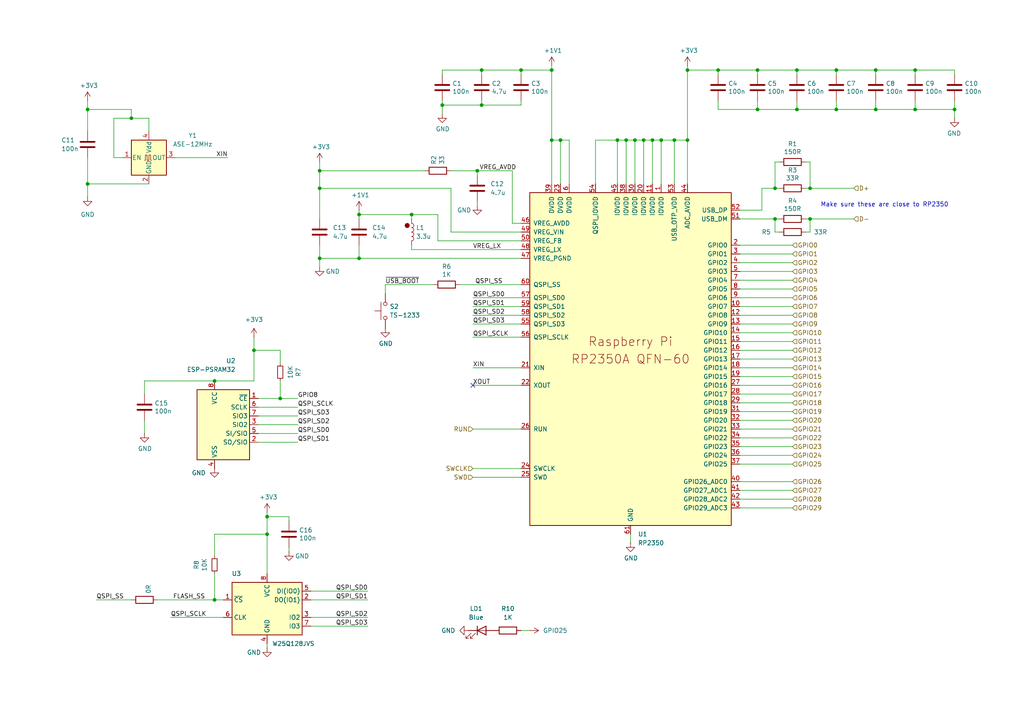
<source format=kicad_sch>
(kicad_sch (version 20250114) (generator "eeschema") (generator_version "9.0")
  (paper "A4")
  (title_block (title "${NAME}") (date "2025-05-07") (rev "${VERSION}") (company "Mikhail Matveev") (comment 1 "https://github.com/xtremespb/frank"))
  (lib_symbols
    (symbol "+1V1_1" (power) (pin_numbers (hide yes)) (pin_names (offset 0) (hide yes))
      (property "Value" "+1V1" (at 0 3.556 0))
      (symbol "+1V1_1_0_1"
        (polyline (pts (xy -0.762 1.27) (xy 0 2.54)))
        (polyline (pts (xy 0 2.54) (xy 0.762 1.27)))
        (polyline (pts (xy 0 0) (xy 0 2.54)))
      )
      (symbol "+1V1_1_1_1"
        (pin power_in line (at 0 0 90) (length 0) (name "~") (number "1"))
      )
    )
    (symbol "+3V3_1" (power) (pin_numbers (hide yes)) (pin_names (offset 0) (hide yes))
      (property "Value" "+3V3" (at 0 3.556 0))
      (symbol "+3V3_1_0_1"
        (polyline (pts (xy -0.762 1.27) (xy 0 2.54)))
        (polyline (pts (xy 0 2.54) (xy 0.762 1.27)))
        (polyline (pts (xy 0 0) (xy 0 2.54)))
      )
      (symbol "+3V3_1_1_1"
        (pin power_in line (at 0 0 90) (length 0) (name "~") (number "1"))
      )
    )
    (symbol "+3V3_3" (power) (pin_numbers (hide yes)) (pin_names (offset 0) (hide yes))
      (property "Value" "+3V3" (at 0 3.556 0))
      (symbol "+3V3_3_0_1"
        (polyline (pts (xy -0.762 1.27) (xy 0 2.54)))
        (polyline (pts (xy 0 2.54) (xy 0.762 1.27)))
        (polyline (pts (xy 0 0) (xy 0 2.54)))
      )
      (symbol "+3V3_3_1_1"
        (pin power_in line (at 0 0 90) (length 0) (name "~") (number "1"))
      )
    )
    (symbol "Device:C" (pin_numbers (hide yes)) (pin_names (offset 0.254))
      (property "Reference" "C" (at 0.635 2.54 0))
      (property "Value" "C" (at 0.635 -2.54 0))
      (symbol "C_0_1"
        (polyline (pts (xy -2.032 0.762) (xy 2.032 0.762)) (stroke (width 0.508)))
        (polyline (pts (xy -2.032 -0.762) (xy 2.032 -0.762)) (stroke (width 0.508)))
      )
      (symbol "C_1_1"
        (pin passive line (at 0 3.81 270) (length 2.794) (name "~") (number "1"))
        (pin passive line (at 0 -3.81 90) (length 2.794) (name "~") (number "2"))
      )
    )
    (symbol "Device:L" (pin_numbers (hide yes)) (pin_names (offset 1.016) (hide yes))
      (property "Reference" "L" (at -1.27 0 90))
      (property "Value" "L" (at 1.905 0 90))
      (symbol "L_0_1"
        (arc (start 0 2.54) (mid 0.6323 1.905) (end 0 1.27))
        (arc (start 0 1.27) (mid 0.6323 0.635) (end 0 0))
        (arc (start 0 0) (mid 0.6323 -0.635) (end 0 -1.27))
        (arc (start 0 -1.27) (mid 0.6323 -1.905) (end 0 -2.54))
      )
      (symbol "L_1_1"
        (pin passive line (at 0 3.81 270) (length 1.27) (name "1") (number "1"))
        (pin passive line (at 0 -3.81 90) (length 1.27) (name "2") (number "2"))
      )
    )
    (symbol "Device:LED" (pin_numbers (hide yes)) (pin_names (offset 1.016) (hide yes))
      (property "Reference" "D" (at 0 2.54 0))
      (property "Value" "LED" (at 0 -2.54 0))
      (symbol "LED_0_1"
        (polyline (pts (xy -3.048 -0.762) (xy -4.572 -2.286) (xy -3.81 -2.286) (xy -4.572 -2.286) (xy -4.572 -1.524)))
        (polyline (pts (xy -1.778 -0.762) (xy -3.302 -2.286) (xy -2.54 -2.286) (xy -3.302 -2.286) (xy -3.302 -1.524)))
        (polyline (pts (xy -1.27 0) (xy 1.27 0)))
        (polyline (pts (xy -1.27 -1.27) (xy -1.27 1.27)) (stroke (width 0.254)))
        (polyline (pts (xy 1.27 -1.27) (xy 1.27 1.27) (xy -1.27 0) (xy 1.27 -1.27)) (stroke (width 0.254)))
      )
      (symbol "LED_1_1"
        (pin passive line (at -3.81 0 0) (length 2.54) (name "K") (number "1"))
        (pin passive line (at 3.81 0 180) (length 2.54) (name "A") (number "2"))
      )
    )
    (symbol "Device:R" (pin_numbers (hide yes)) (pin_names (offset 0))
      (property "Reference" "R" (at 2.032 0 90))
      (property "Value" "R" (at 0 0 90))
      (symbol "R_0_1"
        (rectangle (start -1.016 -2.54) (end 1.016 2.54) (stroke (width 0.254)))
      )
      (symbol "R_1_1"
        (pin passive line (at 0 3.81 270) (length 1.27) (name "~") (number "1"))
        (pin passive line (at 0 -3.81 90) (length 1.27) (name "~") (number "2"))
      )
    )
    (symbol "Device:R_Small" (pin_numbers (hide yes)) (pin_names (offset 0.254) (hide yes))
      (property "Reference" "R" (at 0.762 0.508 0))
      (property "Value" "R_Small" (at 0.762 -1.016 0))
      (symbol "R_Small_0_1"
        (rectangle (start -0.762 1.778) (end 0.762 -1.778) (stroke (width 0.2032)))
      )
      (symbol "R_Small_1_1"
        (pin passive line (at 0 2.54 270) (length 0.762) (name "~") (number "1"))
        (pin passive line (at 0 -2.54 90) (length 0.762) (name "~") (number "2"))
      )
    )
    (symbol "FRANK:ESP-PSRAM32"
      (property "Reference" "PSR1" (at -8.89 1.2701 0))
      (property "Value" "PSRAM" (at -8.89 -1.2699 0))
      (symbol "ESP-PSRAM32_0_1"
        (rectangle (start -7.62 10.16) (end 7.62 -10.16) (stroke (width 0.254)) (fill (type background)))
      )
      (symbol "ESP-PSRAM32_1_1"
        (pin power_in line (at -2.54 12.7 270) (length 2.54) (name "VCC") (number "8"))
        (pin power_in line (at -2.54 -12.7 90) (length 2.54) (name "VSS") (number "4"))
        (pin input line (at 10.16 7.62 180) (length 2.54) (name "~{CE}") (number "1"))
        (pin output line (at 10.16 5.08 180) (length 2.54) (name "SCLK") (number "6"))
        (pin bidirectional line (at 10.16 2.54 180) (length 2.54) (name "SIO3") (number "7"))
        (pin bidirectional line (at 10.16 0 180) (length 2.54) (name "SIO2") (number "3"))
        (pin input line (at 10.16 -2.54 180) (length 2.54) (name "SI/SIO") (number "5"))
        (pin output line (at 10.16 -5.08 180) (length 2.54) (name "SO/SIO") (number "2"))
      )
    )
    (symbol "FRANK:RP2350A" (pin_names (offset 1.016))
      (property "Reference" "U3" (at 2.1433 -50.8 0))
      (property "Value" "RP2350" (at 2.1433 -53.34 0))
      (symbol "RP2350A_0_0"
        (text "Raspberry Pi" (at 0 5.08 0) (effects (font (size 2.54 2.54))))
      )
      (symbol "RP2350A_0_1"
        (rectangle (start 29.21 48.26) (end -29.21 -48.26) (stroke (width 0.254)) (fill (type background)))
      )
      (symbol "RP2350A_1_0"
        (text "RP2350A QFN-60" (at 0 0 0) (effects (font (size 2.54 2.54))))
      )
      (symbol "RP2350A_1_1"
        (pin power_in line (at -31.75 39.37 0) (length 2.54) (name "VREG_AVDD") (number "46"))
        (pin power_in line (at -31.75 36.83 0) (length 2.54) (name "VREG_VIN") (number "49"))
        (pin input line (at -31.75 34.29 0) (length 2.54) (name "VREG_FB") (number "50"))
        (pin power_out line (at -31.75 31.75 0) (length 2.54) (name "VREG_LX") (number "48"))
        (pin power_in line (at -31.75 29.21 0) (length 2.54) (name "VREG_PGND") (number "47"))
        (pin bidirectional line (at -31.75 21.59 0) (length 2.54) (name "QSPI_SS") (number "60"))
        (pin bidirectional line (at -31.75 17.78 0) (length 2.54) (name "QSPI_SD0") (number "57"))
        (pin bidirectional line (at -31.75 15.24 0) (length 2.54) (name "QSPI_SD1") (number "59"))
        (pin bidirectional line (at -31.75 12.7 0) (length 2.54) (name "QSPI_SD2") (number "58"))
        (pin bidirectional line (at -31.75 10.16 0) (length 2.54) (name "QSPI_SD3") (number "55"))
        (pin output line (at -31.75 6.35 0) (length 2.54) (name "QSPI_SCLK") (number "56"))
        (pin input line (at -31.75 -2.54 0) (length 2.54) (name "XIN") (number "21"))
        (pin passive line (at -31.75 -7.62 0) (length 2.54) (name "XOUT") (number "22"))
        (pin input line (at -31.75 -20.32 0) (length 2.54) (name "RUN") (number "26"))
        (pin output line (at -31.75 -31.75 0) (length 2.54) (name "SWCLK") (number "24"))
        (pin bidirectional line (at -31.75 -34.29 0) (length 2.54) (name "SWD") (number "25"))
        (pin power_in line (at -22.86 50.8 270) (length 2.54) (name "DVDD") (number "39"))
        (pin power_in line (at -20.32 50.8 270) (length 2.54) (name "DVDD") (number "23"))
        (pin power_in line (at -17.78 50.8 270) (length 2.54) (name "DVDD") (number "6"))
        (pin power_in line (at -10.16 50.8 270) (length 2.54) (name "QSPI_IOVDD") (number "54"))
        (pin power_in line (at -3.81 50.8 270) (length 2.54) (name "IOVDD") (number "45"))
        (pin power_in line (at -1.27 50.8 270) (length 2.54) (name "IOVDD") (number "38"))
        (pin power_in line (at 0 -50.8 90) (length 2.54) (name "GND") (number "61"))
        (pin power_in line (at 1.27 50.8 270) (length 2.54) (name "IOVDD") (number "30"))
        (pin power_in line (at 3.81 50.8 270) (length 2.54) (name "IOVDD") (number "20"))
        (pin power_in line (at 6.35 50.8 270) (length 2.54) (name "IOVDD") (number "11"))
        (pin power_in line (at 8.89 50.8 270) (length 2.54) (name "IOVDD") (number "1"))
        (pin power_in line (at 12.7 50.8 270) (length 2.54) (name "USB_OTP_VDD") (number "53"))
        (pin power_in line (at 16.51 50.8 270) (length 2.54) (name "ADC_AVDD") (number "44"))
        (pin bidirectional line (at 31.75 43.18 180) (length 2.54) (name "USB_DP") (number "52"))
        (pin bidirectional line (at 31.75 40.64 180) (length 2.54) (name "USB_DM") (number "51"))
        (pin bidirectional line (at 31.75 33.02 180) (length 2.54) (name "GPIO0") (number "2"))
        (pin bidirectional line (at 31.75 30.48 180) (length 2.54) (name "GPIO1") (number "3"))
        (pin bidirectional line (at 31.75 27.94 180) (length 2.54) (name "GPIO2") (number "4"))
        (pin bidirectional line (at 31.75 25.4 180) (length 2.54) (name "GPIO3") (number "5"))
        (pin bidirectional line (at 31.75 22.86 180) (length 2.54) (name "GPIO4") (number "7"))
        (pin bidirectional line (at 31.75 20.32 180) (length 2.54) (name "GPIO5") (number "8"))
        (pin bidirectional line (at 31.75 17.78 180) (length 2.54) (name "GPIO6") (number "9"))
        (pin bidirectional line (at 31.75 15.24 180) (length 2.54) (name "GPIO7") (number "10"))
        (pin bidirectional line (at 31.75 12.7 180) (length 2.54) (name "GPIO8") (number "12"))
        (pin bidirectional line (at 31.75 10.16 180) (length 2.54) (name "GPIO9") (number "13"))
        (pin bidirectional line (at 31.75 7.62 180) (length 2.54) (name "GPIO10") (number "14"))
        (pin bidirectional line (at 31.75 5.08 180) (length 2.54) (name "GPIO11") (number "15"))
        (pin bidirectional line (at 31.75 2.54 180) (length 2.54) (name "GPIO12") (number "16"))
        (pin bidirectional line (at 31.75 0 180) (length 2.54) (name "GPIO13") (number "17"))
        (pin bidirectional line (at 31.75 -2.54 180) (length 2.54) (name "GPIO14") (number "18"))
        (pin bidirectional line (at 31.75 -5.08 180) (length 2.54) (name "GPIO15") (number "19"))
        (pin bidirectional line (at 31.75 -7.62 180) (length 2.54) (name "GPIO16") (number "27"))
        (pin bidirectional line (at 31.75 -10.16 180) (length 2.54) (name "GPIO17") (number "28"))
        (pin bidirectional line (at 31.75 -12.7 180) (length 2.54) (name "GPIO18") (number "29"))
        (pin bidirectional line (at 31.75 -15.24 180) (length 2.54) (name "GPIO19") (number "31"))
        (pin bidirectional line (at 31.75 -17.78 180) (length 2.54) (name "GPIO20") (number "32"))
        (pin bidirectional line (at 31.75 -20.32 180) (length 2.54) (name "GPIO21") (number "33"))
        (pin bidirectional line (at 31.75 -22.86 180) (length 2.54) (name "GPIO22") (number "34"))
        (pin bidirectional line (at 31.75 -25.4 180) (length 2.54) (name "GPIO23") (number "35"))
        (pin bidirectional line (at 31.75 -27.94 180) (length 2.54) (name "GPIO24") (number "36"))
        (pin bidirectional line (at 31.75 -30.48 180) (length 2.54) (name "GPIO25") (number "37"))
        (pin bidirectional line (at 31.75 -35.56 180) (length 2.54) (name "GPIO26_ADC0") (number "40"))
        (pin bidirectional line (at 31.75 -38.1 180) (length 2.54) (name "GPIO27_ADC1") (number "41"))
        (pin bidirectional line (at 31.75 -40.64 180) (length 2.54) (name "GPIO28_ADC2") (number "42"))
        (pin bidirectional line (at 31.75 -43.18 180) (length 2.54) (name "GPIO29_ADC3") (number "43"))
      )
    )
    (symbol "FRANK:W25Q128JVS"
      (property "Reference" "U5" (at -8.89 10.16 0))
      (property "Value" "W25Q128JVS" (at 7.62 -10.16 0))
      (symbol "W25Q128JVS_0_1"
        (rectangle (start -10.16 7.62) (end 10.16 -7.62) (stroke (width 0.254)) (fill (type background)))
      )
      (symbol "W25Q128JVS_1_1"
        (pin input line (at -12.7 2.54 0) (length 2.54) (name "~{CS}") (number "1"))
        (pin input line (at -12.7 -2.54 0) (length 2.54) (name "CLK") (number "6"))
        (pin power_in line (at 0 10.16 270) (length 2.54) (name "VCC") (number "8"))
        (pin power_in line (at 0 -10.16 90) (length 2.54) (name "GND") (number "4"))
        (pin bidirectional line (at 12.7 5.08 180) (length 2.54) (name "DI(IO0)") (number "5"))
        (pin bidirectional line (at 12.7 2.54 180) (length 2.54) (name "DO(IO1)") (number "2"))
        (pin bidirectional line (at 12.7 -2.54 180) (length 2.54) (name "IO2") (number "3"))
        (pin bidirectional line (at 12.7 -5.08 180) (length 2.54) (name "IO3") (number "7"))
      )
    )
    (symbol "GND_1" (power) (pin_numbers (hide yes)) (pin_names (offset 0) (hide yes))
      (property "Value" "GND" (at 0 -3.81 0))
      (symbol "GND_1_0_1"
        (polyline (pts (xy 0 0) (xy 0 -1.27) (xy 1.27 -1.27) (xy 0 -2.54) (xy -1.27 -1.27) (xy 0 -1.27)))
      )
      (symbol "GND_1_1_1"
        (pin power_in line (at 0 0 270) (length 0) (name "~") (number "1"))
      )
    )
    (symbol "GND_2" (power) (pin_numbers (hide yes)) (pin_names (offset 0) (hide yes))
      (property "Value" "GND" (at 0 -3.81 0))
      (symbol "GND_2_0_1"
        (polyline (pts (xy 0 0) (xy 0 -1.27) (xy 1.27 -1.27) (xy 0 -2.54) (xy -1.27 -1.27) (xy 0 -1.27)))
      )
      (symbol "GND_2_1_1"
        (pin power_in line (at 0 0 270) (length 0) (name "~") (number "1"))
      )
    )
    (symbol "GND_6" (power) (pin_numbers (hide yes)) (pin_names (offset 0) (hide yes))
      (property "Value" "GND" (at 0 -3.81 0))
      (symbol "GND_6_0_1"
        (polyline (pts (xy 0 0) (xy 0 -1.27) (xy 1.27 -1.27) (xy 0 -2.54) (xy -1.27 -1.27) (xy 0 -1.27)))
      )
      (symbol "GND_6_1_1"
        (pin power_in line (at 0 0 270) (length 0) (name "~") (number "1"))
      )
    )
    (symbol "Oscillator:ASE-xxxMHz" (pin_names (offset 0.254))
      (property "Reference" "Y" (at -5.08 6.35 0))
      (property "Value" "ASE-xxxMHz" (at 1.27 -6.35 0))
      (symbol "ASE-xxxMHz_0_1"
        (rectangle (start -5.08 5.08) (end 5.08 -5.08) (stroke (width 0.254)) (fill (type background)))
        (polyline (pts (xy -1.27 -0.762) (xy -1.016 -0.762) (xy -1.016 0.762) (xy -0.508 0.762) (xy -0.508 -0.762) (xy 0 -0.762) (xy 0 0.762) (xy 0.508 0.762) (xy 0.508 -0.762) (xy 0.762 -0.762)))
      )
      (symbol "ASE-xxxMHz_1_1"
        (pin input line (at -7.62 0 0) (length 2.54) (name "EN") (number "1"))
        (pin power_in line (at 0 7.62 270) (length 2.54) (name "Vdd") (number "4"))
        (pin power_in line (at 0 -7.62 90) (length 2.54) (name "GND") (number "2"))
        (pin output line (at 7.62 0 180) (length 2.54) (name "OUT") (number "3"))
      )
    )
    (symbol "Switch:SW_Push" (pin_numbers (hide yes)) (pin_names (offset 1.016) (hide yes))
      (property "Reference" "SW" (at 1.27 2.54 0))
      (property "Value" "SW_Push" (at 0 -1.524 0))
      (symbol "SW_Push_0_1"
        (circle (center -2.032 0) (radius 0.508))
        (polyline (pts (xy 0 1.27) (xy 0 3.048)))
        (circle (center 2.032 0) (radius 0.508))
        (polyline (pts (xy 2.54 1.27) (xy -2.54 1.27)))
        (pin passive line (at -5.08 0 0) (length 2.54) (name "1") (number "1"))
        (pin passive line (at 5.08 0 180) (length 2.54) (name "2") (number "2"))
      )
    )
    (symbol "power:+1V1" (power) (pin_numbers (hide yes)) (pin_names (offset 0) (hide yes))
      (property "Value" "+1V1" (at 0 3.556 0))
      (symbol "+1V1_0_1"
        (polyline (pts (xy -0.762 1.27) (xy 0 2.54)))
        (polyline (pts (xy 0 2.54) (xy 0.762 1.27)))
        (polyline (pts (xy 0 0) (xy 0 2.54)))
      )
      (symbol "+1V1_1_1"
        (pin power_in line (at 0 0 90) (length 0) (name "~") (number "1"))
      )
    )
    (symbol "power:+3V3" (power) (pin_numbers (hide yes)) (pin_names (offset 0) (hide yes))
      (property "Value" "+3V3" (at 0 3.556 0))
      (symbol "+3V3_0_1"
        (polyline (pts (xy -0.762 1.27) (xy 0 2.54)))
        (polyline (pts (xy 0 2.54) (xy 0.762 1.27)))
        (polyline (pts (xy 0 0) (xy 0 2.54)))
      )
      (symbol "+3V3_1_1"
        (pin power_in line (at 0 0 90) (length 0) (name "~") (number "1"))
      )
    )
    (symbol "power:GND" (power) (pin_numbers (hide yes)) (pin_names (offset 0) (hide yes))
      (property "Value" "GND" (at 0 -3.81 0))
      (symbol "GND_0_1"
        (polyline (pts (xy 0 0) (xy 0 -1.27) (xy 1.27 -1.27) (xy 0 -2.54) (xy -1.27 -1.27) (xy 0 -1.27)))
      )
      (symbol "GND_1_1"
        (pin power_in line (at 0 0 270) (length 0) (name "~") (number "1"))
      )
    )
  )
  (circle (center 118.11 65.405) (radius 0.635) (stroke (width 0) (color 132 0 0 1)) (fill (type color) (color 132 0 0 1)))
  (text "Make sure these are close to RP2350\n" (at 237.998 60.198 0) (effects (font (size 1.27 1.27)) (justify left bottom)))
  (junction (at 92.71 54.61))
  (junction (at 73.66 101.6))
  (junction (at 195.58 40.64))
  (junction (at 199.39 20.32))
  (junction (at 242.57 31.75))
  (junction (at 234.95 63.5))
  (junction (at 208.28 20.32))
  (junction (at 186.69 40.64))
  (junction (at 219.71 31.75))
  (junction (at 62.23 173.99))
  (junction (at 151.13 20.32))
  (junction (at 104.14 62.23))
  (junction (at 160.02 40.64))
  (junction (at 181.61 40.64))
  (junction (at 242.57 20.32))
  (junction (at 62.23 110.49))
  (junction (at 139.7 20.32))
  (junction (at 77.47 149.86))
  (junction (at 231.14 31.75))
  (junction (at 254 31.75))
  (junction (at 199.39 40.64))
  (junction (at 92.71 74.93))
  (junction (at 189.23 40.64))
  (junction (at 184.15 40.64))
  (junction (at 139.7 30.48))
  (junction (at 179.07 40.64))
  (junction (at 265.43 31.75))
  (junction (at 81.28 115.57))
  (junction (at 104.14 74.93))
  (junction (at 224.79 54.61))
  (junction (at 128.27 30.48))
  (junction (at 119.38 62.23))
  (junction (at 138.43 49.53))
  (junction (at 160.02 20.32))
  (junction (at 265.43 20.32))
  (junction (at 231.14 20.32))
  (junction (at 25.4 53.34))
  (junction (at 224.79 63.5))
  (junction (at 254 20.32))
  (junction (at 191.77 40.64))
  (junction (at 77.47 154.94))
  (junction (at 219.71 20.32))
  (junction (at 162.56 40.64))
  (junction (at 92.71 49.53))
  (junction (at 276.86 31.75))
  (junction (at 234.95 54.61))
  (junction (at 38.1 34.29))
  (junction (at 25.4 31.75))
  (no_connect (at 137.16 111.76))
  (wire (pts (xy 214.63 121.92) (xy 229.87 121.92)))
  (wire (pts (xy 214.63 93.98) (xy 229.87 93.98)))
  (wire (pts (xy 111.76 82.55) (xy 111.76 85.09)))
  (wire (pts (xy 233.68 54.61) (xy 234.95 54.61)))
  (wire (pts (xy 214.63 111.76) (xy 229.87 111.76)))
  (wire (pts (xy 214.63 129.54) (xy 229.87 129.54)))
  (wire (pts (xy 77.47 154.94) (xy 77.47 166.37)))
  (wire (pts (xy 214.63 99.06) (xy 229.87 99.06)))
  (wire (pts (xy 214.63 104.14) (xy 229.87 104.14)))
  (wire (pts (xy 127 62.23) (xy 119.38 62.23)))
  (wire (pts (xy 77.47 149.86) (xy 77.47 154.94)))
  (wire (pts (xy 138.43 59.69) (xy 138.43 58.42)))
  (wire (pts (xy 83.82 149.86) (xy 77.47 149.86)))
  (wire (pts (xy 77.47 148.59) (xy 77.47 149.86)))
  (wire (pts (xy 265.43 31.75) (xy 276.86 31.75)))
  (wire (pts (xy 83.82 151.13) (xy 83.82 149.86)))
  (wire (pts (xy 137.16 106.68) (xy 151.13 106.68)))
  (wire (pts (xy 231.14 21.59) (xy 231.14 20.32)))
  (wire (pts (xy 184.15 40.64) (xy 186.69 40.64)))
  (wire (pts (xy 92.71 49.53) (xy 123.19 49.53)))
  (wire (pts (xy 74.93 123.19) (xy 86.36 123.19)))
  (wire (pts (xy 90.17 173.99) (xy 106.68 173.99)))
  (wire (pts (xy 92.71 74.93) (xy 92.71 77.47)))
  (wire (pts (xy 83.82 158.75) (xy 83.82 160.02)))
  (wire (pts (xy 214.63 71.12) (xy 229.87 71.12)))
  (wire (pts (xy 138.43 49.53) (xy 148.59 49.53)))
  (wire (pts (xy 181.61 53.34) (xy 181.61 40.64)))
  (wire (pts (xy 151.13 30.48) (xy 151.13 29.21)))
  (wire (pts (xy 208.28 29.21) (xy 208.28 31.75)))
  (wire (pts (xy 276.86 29.21) (xy 276.86 31.75)))
  (wire (pts (xy 137.16 93.98) (xy 151.13 93.98)))
  (wire (pts (xy 128.27 20.32) (xy 139.7 20.32)))
  (wire (pts (xy 214.63 76.2) (xy 229.87 76.2)))
  (wire (pts (xy 77.47 186.69) (xy 77.47 187.96)))
  (wire (pts (xy 234.95 63.5) (xy 247.65 63.5)))
  (wire (pts (xy 139.7 20.32) (xy 151.13 20.32)))
  (wire (pts (xy 162.56 53.34) (xy 162.56 40.64)))
  (wire (pts (xy 242.57 31.75) (xy 231.14 31.75)))
  (wire (pts (xy 81.28 115.57) (xy 86.36 115.57)))
  (wire (pts (xy 62.23 161.29) (xy 62.23 154.94)))
  (wire (pts (xy 104.14 62.23) (xy 119.38 62.23)))
  (wire (pts (xy 73.66 97.79) (xy 73.66 101.6)))
  (wire (pts (xy 214.63 139.7) (xy 229.87 139.7)))
  (wire (pts (xy 208.28 21.59) (xy 208.28 20.32)))
  (wire (pts (xy 119.38 72.39) (xy 119.38 71.12)))
  (wire (pts (xy 162.56 40.64) (xy 160.02 40.64)))
  (wire (pts (xy 220.98 54.61) (xy 220.98 60.96)))
  (wire (pts (xy 214.63 91.44) (xy 229.87 91.44)))
  (wire (pts (xy 214.63 96.52) (xy 229.87 96.52)))
  (wire (pts (xy 224.79 63.5) (xy 224.79 67.31)))
  (wire (pts (xy 172.72 53.34) (xy 172.72 40.64)))
  (wire (pts (xy 90.17 181.61) (xy 106.68 181.61)))
  (wire (pts (xy 195.58 40.64) (xy 199.39 40.64)))
  (wire (pts (xy 104.14 63.5) (xy 104.14 62.23)))
  (wire (pts (xy 74.93 128.27) (xy 86.36 128.27)))
  (wire (pts (xy 214.63 147.32) (xy 229.87 147.32)))
  (wire (pts (xy 254 21.59) (xy 254 20.32)))
  (wire (pts (xy 151.13 21.59) (xy 151.13 20.32)))
  (wire (pts (xy 165.1 40.64) (xy 165.1 53.34)))
  (wire (pts (xy 160.02 20.32) (xy 160.02 40.64)))
  (wire (pts (xy 138.43 49.53) (xy 138.43 50.8)))
  (wire (pts (xy 92.71 54.61) (xy 130.81 54.61)))
  (wire (pts (xy 33.02 45.72) (xy 33.02 34.29)))
  (wire (pts (xy 90.17 179.07) (xy 106.68 179.07)))
  (wire (pts (xy 74.93 115.57) (xy 81.28 115.57)))
  (wire (pts (xy 276.86 21.59) (xy 276.86 20.32)))
  (wire (pts (xy 137.16 88.9) (xy 151.13 88.9)))
  (wire (pts (xy 25.4 53.34) (xy 43.18 53.34)))
  (wire (pts (xy 233.68 63.5) (xy 234.95 63.5)))
  (wire (pts (xy 199.39 20.32) (xy 208.28 20.32)))
  (wire (pts (xy 151.13 135.89) (xy 137.16 135.89)))
  (wire (pts (xy 214.63 127) (xy 229.87 127)))
  (wire (pts (xy 214.63 101.6) (xy 229.87 101.6)))
  (wire (pts (xy 242.57 20.32) (xy 254 20.32)))
  (wire (pts (xy 189.23 40.64) (xy 191.77 40.64)))
  (wire (pts (xy 92.71 54.61) (xy 92.71 63.5)))
  (wire (pts (xy 35.56 45.72) (xy 33.02 45.72)))
  (wire (pts (xy 219.71 21.59) (xy 219.71 20.32)))
  (wire (pts (xy 214.63 81.28) (xy 229.87 81.28)))
  (wire (pts (xy 226.06 67.31) (xy 224.79 67.31)))
  (wire (pts (xy 151.13 82.55) (xy 133.35 82.55)))
  (wire (pts (xy 181.61 40.64) (xy 184.15 40.64)))
  (wire (pts (xy 151.13 97.79) (xy 137.16 97.79)))
  (wire (pts (xy 49.53 179.07) (xy 64.77 179.07)))
  (wire (pts (xy 276.86 31.75) (xy 276.86 34.29)))
  (wire (pts (xy 130.81 54.61) (xy 130.81 67.31)))
  (wire (pts (xy 189.23 53.34) (xy 189.23 40.64)))
  (wire (pts (xy 41.91 110.49) (xy 41.91 114.3)))
  (wire (pts (xy 265.43 20.32) (xy 276.86 20.32)))
  (wire (pts (xy 233.68 67.31) (xy 234.95 67.31)))
  (wire (pts (xy 160.02 19.05) (xy 160.02 20.32)))
  (wire (pts (xy 151.13 182.88) (xy 153.67 182.88)))
  (wire (pts (xy 62.23 154.94) (xy 77.47 154.94)))
  (wire (pts (xy 234.95 63.5) (xy 234.95 67.31)))
  (wire (pts (xy 186.69 40.64) (xy 189.23 40.64)))
  (wire (pts (xy 254 20.32) (xy 265.43 20.32)))
  (wire (pts (xy 73.66 110.49) (xy 62.23 110.49)))
  (wire (pts (xy 151.13 111.76) (xy 137.16 111.76)))
  (wire (pts (xy 199.39 40.64) (xy 199.39 53.34)))
  (wire (pts (xy 62.23 166.37) (xy 62.23 173.99)))
  (wire (pts (xy 62.23 173.99) (xy 64.77 173.99)))
  (wire (pts (xy 214.63 134.62) (xy 229.87 134.62)))
  (wire (pts (xy 254 29.21) (xy 254 31.75)))
  (wire (pts (xy 45.72 173.99) (xy 62.23 173.99)))
  (wire (pts (xy 214.63 144.78) (xy 229.87 144.78)))
  (wire (pts (xy 186.69 53.34) (xy 186.69 40.64)))
  (wire (pts (xy 214.63 109.22) (xy 229.87 109.22)))
  (wire (pts (xy 265.43 29.21) (xy 265.43 31.75)))
  (wire (pts (xy 160.02 40.64) (xy 160.02 53.34)))
  (wire (pts (xy 162.56 40.64) (xy 165.1 40.64)))
  (wire (pts (xy 214.63 132.08) (xy 229.87 132.08)))
  (wire (pts (xy 195.58 53.34) (xy 195.58 40.64)))
  (wire (pts (xy 219.71 20.32) (xy 231.14 20.32)))
  (wire (pts (xy 92.71 71.12) (xy 92.71 74.93)))
  (wire (pts (xy 130.81 67.31) (xy 151.13 67.31)))
  (wire (pts (xy 127 69.85) (xy 127 62.23)))
  (wire (pts (xy 104.14 74.93) (xy 151.13 74.93)))
  (wire (pts (xy 265.43 21.59) (xy 265.43 20.32)))
  (wire (pts (xy 231.14 20.32) (xy 242.57 20.32)))
  (wire (pts (xy 92.71 49.53) (xy 92.71 54.61)))
  (wire (pts (xy 179.07 53.34) (xy 179.07 40.64)))
  (wire (pts (xy 128.27 30.48) (xy 128.27 33.02)))
  (wire (pts (xy 214.63 63.5) (xy 224.79 63.5)))
  (wire (pts (xy 182.88 154.94) (xy 182.88 157.48)))
  (wire (pts (xy 73.66 101.6) (xy 81.28 101.6)))
  (wire (pts (xy 219.71 29.21) (xy 219.71 31.75)))
  (wire (pts (xy 119.38 62.23) (xy 119.38 63.5)))
  (wire (pts (xy 234.95 54.61) (xy 247.65 54.61)))
  (wire (pts (xy 139.7 30.48) (xy 151.13 30.48)))
  (wire (pts (xy 125.73 82.55) (xy 111.76 82.55)))
  (wire (pts (xy 224.79 63.5) (xy 226.06 63.5)))
  (wire (pts (xy 151.13 20.32) (xy 160.02 20.32)))
  (wire (pts (xy 199.39 19.05) (xy 199.39 20.32)))
  (wire (pts (xy 199.39 20.32) (xy 199.39 40.64)))
  (wire (pts (xy 151.13 124.46) (xy 137.16 124.46)))
  (wire (pts (xy 214.63 114.3) (xy 229.87 114.3)))
  (wire (pts (xy 90.17 171.45) (xy 106.68 171.45)))
  (wire (pts (xy 214.63 86.36) (xy 229.87 86.36)))
  (wire (pts (xy 148.59 49.53) (xy 148.59 64.77)))
  (wire (pts (xy 242.57 29.21) (xy 242.57 31.75)))
  (wire (pts (xy 214.63 106.68) (xy 229.87 106.68)))
  (wire (pts (xy 25.4 29.21) (xy 25.4 31.75)))
  (wire (pts (xy 27.94 173.99) (xy 38.1 173.99)))
  (wire (pts (xy 214.63 142.24) (xy 229.87 142.24)))
  (wire (pts (xy 214.63 88.9) (xy 229.87 88.9)))
  (wire (pts (xy 104.14 71.12) (xy 104.14 74.93)))
  (wire (pts (xy 74.93 118.11) (xy 86.36 118.11)))
  (wire (pts (xy 208.28 20.32) (xy 219.71 20.32)))
  (wire (pts (xy 128.27 29.21) (xy 128.27 30.48)))
  (wire (pts (xy 224.79 54.61) (xy 224.79 46.99)))
  (wire (pts (xy 25.4 31.75) (xy 25.4 38.1)))
  (wire (pts (xy 81.28 101.6) (xy 81.28 105.41)))
  (wire (pts (xy 214.63 60.96) (xy 220.98 60.96)))
  (wire (pts (xy 25.4 31.75) (xy 38.1 31.75)))
  (wire (pts (xy 139.7 21.59) (xy 139.7 20.32)))
  (wire (pts (xy 43.18 34.29) (xy 43.18 38.1)))
  (wire (pts (xy 151.13 138.43) (xy 137.16 138.43)))
  (wire (pts (xy 25.4 57.15) (xy 25.4 53.34)))
  (wire (pts (xy 184.15 53.34) (xy 184.15 40.64)))
  (wire (pts (xy 128.27 30.48) (xy 139.7 30.48)))
  (wire (pts (xy 233.68 46.99) (xy 234.95 46.99)))
  (wire (pts (xy 234.95 46.99) (xy 234.95 54.61)))
  (wire (pts (xy 224.79 54.61) (xy 226.06 54.61)))
  (wire (pts (xy 128.27 21.59) (xy 128.27 20.32)))
  (wire (pts (xy 73.66 101.6) (xy 73.66 110.49)))
  (wire (pts (xy 137.16 86.36) (xy 151.13 86.36)))
  (wire (pts (xy 81.28 110.49) (xy 81.28 115.57)))
  (wire (pts (xy 41.91 121.92) (xy 41.91 125.73)))
  (wire (pts (xy 179.07 40.64) (xy 181.61 40.64)))
  (wire (pts (xy 38.1 31.75) (xy 38.1 34.29)))
  (wire (pts (xy 214.63 73.66) (xy 229.87 73.66)))
  (wire (pts (xy 224.79 46.99) (xy 226.06 46.99)))
  (wire (pts (xy 104.14 60.96) (xy 104.14 62.23)))
  (wire (pts (xy 214.63 116.84) (xy 229.87 116.84)))
  (wire (pts (xy 74.93 125.73) (xy 86.36 125.73)))
  (wire (pts (xy 151.13 69.85) (xy 127 69.85)))
  (wire (pts (xy 119.38 72.39) (xy 151.13 72.39)))
  (wire (pts (xy 191.77 40.64) (xy 191.77 53.34)))
  (wire (pts (xy 231.14 29.21) (xy 231.14 31.75)))
  (wire (pts (xy 214.63 124.46) (xy 229.87 124.46)))
  (wire (pts (xy 92.71 46.99) (xy 92.71 49.53)))
  (wire (pts (xy 219.71 31.75) (xy 208.28 31.75)))
  (wire (pts (xy 25.4 45.72) (xy 25.4 53.34)))
  (wire (pts (xy 265.43 31.75) (xy 254 31.75)))
  (wire (pts (xy 172.72 40.64) (xy 179.07 40.64)))
  (wire (pts (xy 214.63 119.38) (xy 229.87 119.38)))
  (wire (pts (xy 191.77 40.64) (xy 195.58 40.64)))
  (wire (pts (xy 137.16 91.44) (xy 151.13 91.44)))
  (wire (pts (xy 50.8 45.72) (xy 66.04 45.72)))
  (wire (pts (xy 38.1 34.29) (xy 43.18 34.29)))
  (wire (pts (xy 231.14 31.75) (xy 219.71 31.75)))
  (wire (pts (xy 33.02 34.29) (xy 38.1 34.29)))
  (wire (pts (xy 254 31.75) (xy 242.57 31.75)))
  (wire (pts (xy 139.7 29.21) (xy 139.7 30.48)))
  (wire (pts (xy 242.57 21.59) (xy 242.57 20.32)))
  (wire (pts (xy 92.71 74.93) (xy 104.14 74.93)))
  (wire (pts (xy 214.63 83.82) (xy 229.87 83.82)))
  (wire (pts (xy 220.98 54.61) (xy 224.79 54.61)))
  (wire (pts (xy 148.59 64.77) (xy 151.13 64.77)))
  (wire (pts (xy 74.93 120.65) (xy 86.36 120.65)))
  (wire (pts (xy 41.91 110.49) (xy 62.23 110.49)))
  (wire (pts (xy 130.81 49.53) (xy 138.43 49.53)))
  (wire (pts (xy 214.63 78.74) (xy 229.87 78.74)))
  (label "QSPI_SD2" (at 137.16 91.44 0))
  (label "VREG_AVDD" (at 139.065 49.53 0))
  (label "XOUT" (at 137.16 111.76 0))
  (label "QSPI_SS" (at 27.94 173.99 0))
  (label "QSPI_SD3" (at 137.16 93.98 0))
  (label "QSPI_SD2" (at 106.68 179.07 180))
  (label "QSPI_SS" (at 137.795 82.55 0))
  (label "QSPI_SD0" (at 86.36 125.73 0))
  (label "QSPI_SD3" (at 86.36 120.65 0))
  (label "~{USB_BOOT}" (at 111.76 82.55 0))
  (label "QSPI_SCLK" (at 49.53 179.07 0))
  (label "QSPI_SD1" (at 106.68 173.99 180))
  (label "QSPI_SD2" (at 86.36 123.19 0))
  (label "XIN" (at 137.16 106.68 0))
  (label "QSPI_SD0" (at 106.68 171.45 180))
  (label "GPIO8" (at 86.36 115.57 0))
  (label "XIN" (at 66.04 45.72 180))
  (label "QSPI_SCLK" (at 137.16 97.79 0))
  (label "QSPI_SD1" (at 86.36 128.27 0))
  (label "QSPI_SD3" (at 106.68 181.61 180))
  (label "QSPI_SD0" (at 137.16 86.36 0))
  (label "FLASH_SS" (at 50.165 173.99 0))
  (label "QSPI_SD1" (at 137.16 88.9 0))
  (label "VREG_LX" (at 137.16 72.39 0))
  (label "QSPI_SCLK" (at 86.36 118.11 0))
  (hierarchical_label "GPIO26" (shape input) (at 229.87 139.7 0))
  (hierarchical_label "RUN" (shape input) (at 137.16 124.46 180))
  (hierarchical_label "GPIO8" (shape input) (at 229.87 91.44 0))
  (hierarchical_label "GPIO5" (shape input) (at 229.87 83.82 0))
  (hierarchical_label "GPIO19" (shape input) (at 229.87 119.38 0))
  (hierarchical_label "D+" (shape input) (at 247.65 54.61 0))
  (hierarchical_label "GPIO7" (shape input) (at 229.87 88.9 0))
  (hierarchical_label "GPIO24" (shape input) (at 229.87 132.08 0))
  (hierarchical_label "GPIO1" (shape input) (at 229.87 73.66 0))
  (hierarchical_label "GPIO12" (shape input) (at 229.87 101.6 0))
  (hierarchical_label "D-" (shape input) (at 247.65 63.5 0))
  (hierarchical_label "GPIO21" (shape input) (at 229.87 124.46 0))
  (hierarchical_label "GPIO14" (shape input) (at 229.87 106.68 0))
  (hierarchical_label "SWCLK" (shape input) (at 137.16 135.89 180))
  (hierarchical_label "GPIO17" (shape input) (at 229.87 114.3 0))
  (hierarchical_label "GPIO9" (shape input) (at 229.87 93.98 0))
  (hierarchical_label "GPIO22" (shape input) (at 229.87 127 0))
  (hierarchical_label "GPIO6" (shape input) (at 229.87 86.36 0))
  (hierarchical_label "GPIO2" (shape input) (at 229.87 76.2 0))
  (hierarchical_label "GPIO0" (shape input) (at 229.87 71.12 0))
  (hierarchical_label "GPIO4" (shape input) (at 229.87 81.28 0))
  (hierarchical_label "GPIO27" (shape input) (at 229.87 142.24 0))
  (hierarchical_label "GPIO25" (shape input) (at 229.87 134.62 0))
  (hierarchical_label "GPIO29" (shape input) (at 229.87 147.32 0))
  (hierarchical_label "GPIO13" (shape input) (at 229.87 104.14 0))
  (hierarchical_label "GPIO15" (shape input) (at 229.87 109.22 0))
  (hierarchical_label "GPIO11" (shape input) (at 229.87 99.06 0))
  (hierarchical_label "GPIO10" (shape input) (at 229.87 96.52 0))
  (hierarchical_label "GPIO23" (shape input) (at 229.87 129.54 0))
  (hierarchical_label "GPIO20" (shape input) (at 229.87 121.92 0))
  (hierarchical_label "GPIO3" (shape input) (at 229.87 78.74 0))
  (hierarchical_label "SWD" (shape input) (at 137.16 138.43 180))
  (hierarchical_label "GPIO28" (shape input) (at 229.87 144.78 0))
  (hierarchical_label "GPIO18" (shape input) (at 229.87 116.84 0))
  (hierarchical_label "GPIO16" (shape input) (at 229.87 111.76 0))
  (symbol (lib_id "Device:R") (at 127 49.53 90) (unit 1)
    (property "Reference" "R2" (at 125.8316 47.752 0) (effects (justify left)))
    (property "Value" "33" (at 128.143 47.752 0) (effects (justify left)))
    (property "Footprint" "FRANK:Resistor (0402)" (effects (hide yes)))
    (property "Datasheet" "https://www.vishay.com/docs/28952/mcs0402at-mct0603at-mcu0805at-mca1206at.pdf" (effects (hide yes)))
    (property "AliExpress" "https://www.aliexpress.com/item/1005005945735199.html" (effects (hide yes)))
  )
  (symbol (lib_id "Device:C") (at 208.28 25.4 0) (unit 1)
    (property "Reference" "C4" (at 211.201 24.2316 0) (effects (justify left)))
    (property "Value" "100n" (at 211.201 26.543 0) (effects (justify left)))
    (property "Footprint" "FRANK:Capacitor (0402)" (effects (hide yes)))
    (property "Datasheet" "https://eu.mouser.com/datasheet/2/40/KGM_X7R-3223212.pdf" (effects (hide yes)))
    (property "AliExpress" "https://www.aliexpress.com/item/33008008276.html" (effects (hide yes)))
  )
  (symbol (lib_id "Device:C") (at 151.13 25.4 0) (unit 1)
    (property "Reference" "C3" (at 154.051 24.2316 0) (effects (justify left)))
    (property "Value" "100n" (at 154.051 26.543 0) (effects (justify left)))
    (property "Footprint" "FRANK:Capacitor (0402)" (effects (hide yes)))
    (property "Datasheet" "https://eu.mouser.com/datasheet/2/40/KGM_X7R-3223212.pdf" (effects (hide yes)))
    (property "AliExpress" "https://www.aliexpress.com/item/33008008276.html" (effects (hide yes)))
  )
  (symbol (lib_id "power:+1V1") (at 104.14 60.96 0) (unit 1)
    (property "Reference" "#PWR015" (effects (hide yes)))
    (property "Value" "+1V1" (at 104.521 56.5658 0))
    (property "Description" "Power symbol creates a global label with name \"+1V1\"" (effects (hide yes)))
  )
  (symbol (lib_id "Device:R") (at 229.87 54.61 270) (unit 1)
    (property "Reference" "R3" (at 229.87 49.3522 90))
    (property "Value" "33R" (at 229.87 51.6636 90))
    (property "Footprint" "FRANK:Resistor (0402)" (effects (hide yes)))
    (property "Datasheet" "https://www.vishay.com/docs/28952/mcs0402at-mct0603at-mcu0805at-mca1206at.pdf" (effects (hide yes)))
    (property "AliExpress" "https://www.aliexpress.com/item/1005005945735199.html" (effects (hide yes)))
  )
  (symbol (lib_id "Device:C") (at 231.14 25.4 0) (unit 1)
    (property "Reference" "C6" (at 234.061 24.2316 0) (effects (justify left)))
    (property "Value" "100n" (at 234.061 26.543 0) (effects (justify left)))
    (property "Footprint" "FRANK:Capacitor (0402)" (effects (hide yes)))
    (property "Datasheet" "https://eu.mouser.com/datasheet/2/40/KGM_X7R-3223212.pdf" (effects (hide yes)))
    (property "AliExpress" "https://www.aliexpress.com/item/33008008276.html" (effects (hide yes)))
  )
  (symbol (lib_id "power:GND") (at 128.27 33.02 0) (unit 1)
    (property "Reference" "#PWR010" (effects (hide yes)))
    (property "Value" "GND" (at 128.397 37.4142 0))
  )
  (symbol (lib_id "Device:C") (at 265.43 25.4 0) (unit 1)
    (property "Reference" "C9" (at 268.351 24.2316 0) (effects (justify left)))
    (property "Value" "100n" (at 268.351 26.543 0) (effects (justify left)))
    (property "Footprint" "FRANK:Capacitor (0402)" (effects (hide yes)))
    (property "Datasheet" "https://eu.mouser.com/datasheet/2/40/KGM_X7R-3223212.pdf" (effects (hide yes)))
    (property "AliExpress" "https://www.aliexpress.com/item/33008008276.html" (effects (hide yes)))
  )
  (symbol (lib_id "FRANK:ESP-PSRAM32") (at 64.77 123.19 0) (unit 1)
    (property "Reference" "U2" (at 68.326 104.648 0) (effects (justify right)))
    (property "Value" "ESP-PSRAM32" (at 68.326 107.188 0) (effects (justify right)))
    (property "Footprint" "FRANK:SO-8" (effects (hide yes)))
    (property "Datasheet" "https://www.espressif.com/sites/default/files/documentation/esp-psram32_datasheet_en.pdf" (effects (hide yes)))
    (property "AliExpress" "https://www.aliexpress.com/item/1005006440914173.html" (effects (hide yes)))
  )
  (symbol (lib_name "GND_1") (lib_id "power:GND") (at 41.91 125.73 0) (unit 1)
    (property "Reference" "#PWR019" (effects (hide yes)))
    (property "Value" "GND" (at 42.037 130.1242 0))
    (property "Description" "Power symbol creates a global label with name \"GND\" , ground" (effects (hide yes)))
  )
  (symbol (lib_id "Device:R_Small") (at 81.28 107.95 180) (unit 1)
    (property "Reference" "R7" (at 86.5378 107.95 90))
    (property "Value" "10K" (at 84.2264 107.95 90))
    (property "Footprint" "FRANK:Resistor (0402)" (effects (hide yes)))
    (property "Description" "Resistor, small symbol" (effects (hide yes)))
    (property "AliExpress" "https://www.vishay.com/docs/28952/mcs0402at-mct0603at-mcu0805at-mca1206at.pdf" (effects (hide yes)))
  )
  (symbol (lib_id "power:GND") (at 276.86 34.29 0) (mirror y) (unit 1)
    (property "Reference" "#PWR011" (effects (hide yes)))
    (property "Value" "GND" (at 276.733 38.6842 0))
  )
  (symbol (lib_id "power:GND") (at 111.76 95.25 0) (unit 1)
    (property "Reference" "#PWR017" (effects (hide yes)))
    (property "Value" "GND" (at 111.887 99.6442 0))
  )
  (symbol (lib_id "Device:C") (at 254 25.4 0) (unit 1)
    (property "Reference" "C8" (at 256.921 24.2316 0) (effects (justify left)))
    (property "Value" "100n" (at 256.921 26.543 0) (effects (justify left)))
    (property "Footprint" "FRANK:Capacitor (0402)" (effects (hide yes)))
    (property "Datasheet" "https://eu.mouser.com/datasheet/2/40/KGM_X7R-3223212.pdf" (effects (hide yes)))
    (property "AliExpress" "https://www.aliexpress.com/item/33008008276.html" (effects (hide yes)))
  )
  (symbol (lib_id "power:GND") (at 182.88 157.48 0) (unit 1)
    (property "Reference" "#PWR022" (effects (hide yes)))
    (property "Value" "GND" (at 183.007 161.8742 0))
  )
  (symbol (lib_id "Device:C") (at 242.57 25.4 0) (unit 1)
    (property "Reference" "C7" (at 245.491 24.2316 0) (effects (justify left)))
    (property "Value" "100n" (at 245.491 26.543 0) (effects (justify left)))
    (property "Footprint" "FRANK:Capacitor (0402)" (effects (hide yes)))
    (property "Datasheet" "https://eu.mouser.com/datasheet/2/40/KGM_X7R-3223212.pdf" (effects (hide yes)))
    (property "AliExpress" "https://www.aliexpress.com/item/33008008276.html" (effects (hide yes)))
  )
  (symbol (lib_id "Device:R") (at 147.32 182.88 90) (unit 1)
    (property "Reference" "R10" (at 147.32 176.53 90))
    (property "Value" "1K" (at 147.32 179.07 90))
    (property "Footprint" "FRANK:Resistor (0402)" (effects (hide yes)))
    (property "Datasheet" "https://www.vishay.com/docs/28952/mcs0402at-mct0603at-mcu0805at-mca1206at.pdf" (effects (hide yes)))
    (property "Description" "Resistor" (effects (hide yes)))
    (property "AliExpress" "https://www.vishay.com/docs/28952/mcs0402at-mct0603at-mcu0805at-mca1206at.pdf" (effects (hide yes)))
  )
  (symbol (lib_id "power:+3V3") (at 199.39 19.05 0) (unit 1)
    (property "Reference" "#PWR08" (effects (hide yes)))
    (property "Value" "+3V3" (at 199.771 14.6558 0))
  )
  (symbol (lib_id "Device:R") (at 229.87 63.5 270) (unit 1)
    (property "Reference" "R4" (at 229.87 58.2422 90))
    (property "Value" "150R" (at 229.87 60.5536 90))
    (property "Footprint" "FRANK:Resistor (0402)" (effects (hide yes)))
    (property "Datasheet" "https://www.vishay.com/docs/28952/mcs0402at-mct0603at-mcu0805at-mca1206at.pdf" (effects (hide yes)))
    (property "AliExpress" "https://www.aliexpress.com/item/1005005945735199.html" (effects (hide yes)))
  )
  (symbol (lib_id "power:GND") (at 77.47 187.96 0) (unit 1)
    (property "Reference" "#PWR026" (effects (hide yes)))
    (property "Value" "GND" (at 73.66 189.23 0))
  )
  (symbol (lib_id "power:+3V3") (at 25.4 29.21 0) (unit 1)
    (property "Reference" "#PWR09" (effects (hide yes)))
    (property "Value" "+3V3" (at 25.781 24.8158 0))
  )
  (symbol (lib_name "GND_6") (lib_id "power:GND") (at 62.23 135.89 0) (unit 1)
    (property "Reference" "#PWR020" (effects (hide yes)))
    (property "Value" "GND" (at 59.69 137.16 0) (effects (justify right)))
    (property "Description" "Power symbol creates a global label with name \"GND\" , ground" (effects (hide yes)))
  )
  (symbol (lib_name "+1V1_1") (lib_id "power:+1V1") (at 160.02 19.05 0) (unit 1)
    (property "Reference" "#PWR07" (effects (hide yes)))
    (property "Value" "+1V1" (at 160.401 14.6558 0))
    (property "Description" "Power symbol creates a global label with name \"+1V1\"" (effects (hide yes)))
  )
  (symbol (lib_id "power:GND") (at 83.82 160.02 0) (unit 1)
    (property "Reference" "#PWR023" (effects (hide yes)))
    (property "Value" "GND" (at 87.63 161.29 0))
  )
  (symbol (lib_id "Device:C") (at 41.91 118.11 0) (unit 1)
    (property "Reference" "C15" (at 44.831 116.9416 0) (effects (justify left)))
    (property "Value" "100n" (at 44.831 119.253 0) (effects (justify left)))
    (property "Footprint" "FRANK:Capacitor (0402)" (effects (hide yes)))
    (property "Datasheet" "https://eu.mouser.com/datasheet/2/40/KGM_X7R-3223212.pdf" (effects (hide yes)))
    (property "AliExpress" "https://www.aliexpress.com/item/33008008276.html" (effects (hide yes)))
  )
  (symbol (lib_id "Device:C") (at 139.7 25.4 0) (unit 1)
    (property "Reference" "C2" (at 142.621 24.2316 0) (effects (justify left)))
    (property "Value" "4.7u" (at 142.621 26.543 0) (effects (justify left)))
    (property "Footprint" "FRANK:Capacitor (0805)" (effects (hide yes)))
    (property "Datasheet" "https://eu.mouser.com/datasheet/2/40/KGM_X7R-3223212.pdf" (effects (hide yes)))
    (property "AliExpress" "https://www.aliexpress.com/item/1005005945735199.html" (effects (hide yes)))
  )
  (symbol (lib_name "+3V3_1") (lib_id "power:+3V3") (at 153.67 182.88 270) (unit 1)
    (property "Reference" "#PWR025" (effects (hide yes)))
    (property "Value" "GPIO25" (at 157.48 182.8799 90) (effects (justify left)))
    (property "Description" "Power symbol creates a global label with name \"+3V3\"" (effects (hide yes)))
  )
  (symbol (lib_id "Device:C") (at 219.71 25.4 0) (unit 1)
    (property "Reference" "C5" (at 222.631 24.2316 0) (effects (justify left)))
    (property "Value" "100n" (at 222.631 26.543 0) (effects (justify left)))
    (property "Footprint" "FRANK:Capacitor (0402)" (effects (hide yes)))
    (property "Datasheet" "https://eu.mouser.com/datasheet/2/40/KGM_X7R-3223212.pdf" (effects (hide yes)))
    (property "AliExpress" "https://www.aliexpress.com/item/33008008276.html" (effects (hide yes)))
  )
  (symbol (lib_id "FRANK:W25Q128JVS") (at 77.47 176.53 0) (unit 1)
    (property "Reference" "U3" (at 68.58 166.37 0))
    (property "Value" "W25Q128JVS" (at 85.09 186.69 0))
    (property "Footprint" "FRANK:SOIC-8" (effects (hide yes)))
    (property "Datasheet" "http://www.winbond.com/resource-files/w25q128jv_dtr%20revc%2003272018%20plus.pdf" (effects (hide yes)))
    (property "AliExpress" "https://www.aliexpress.com/item/1005004755562189.html?spm=a2g0o.order_list.order_list_main.57.5aa71802Thv4AB" (effects (hide yes)))
  )
  (symbol (lib_id "Device:L") (at 119.38 67.31 0) (unit 1)
    (property "Reference" "L1" (at 120.65 66.0399 0) (effects (justify left)))
    (property "Value" "3.3u" (at 120.65 68.5799 0) (effects (justify left)))
    (property "Footprint" "FRANK:IND_LQH2MCN100K02L" (effects (hide yes)))
    (property "Datasheet" "https://product.tdk.com/en/system/files/dam/doc/product/inductor/inductor/smd/catalog/inductor_commercial_decoupling_nlfv32-ef_en.pdf" (effects (hide yes)))
    (property "AliExpress" "https://www.aliexpress.com/item/1005007491864993.html" (effects (hide yes)))
  )
  (symbol (lib_id "Device:C") (at 104.14 67.31 0) (unit 1)
    (property "Reference" "C14" (at 107.95 66.0399 0) (effects (justify left)))
    (property "Value" "4.7u" (at 107.95 68.5799 0) (effects (justify left)))
    (property "Footprint" "FRANK:Capacitor (0805)" (effects (hide yes)))
    (property "Datasheet" "https://eu.mouser.com/datasheet/2/40/KGM_X7R-3223212.pdf" (effects (hide yes)))
    (property "AliExpress" "https://www.aliexpress.com/item/1005005945735199.html" (effects (hide yes)))
  )
  (symbol (lib_id "power:GND") (at 25.4 57.15 0) (unit 1)
    (property "Reference" "#PWR013" (effects (hide yes)))
    (property "Value" "GND" (at 25.4 62.23 0))
    (property "Description" "Power symbol creates a global label with name \"GND\" , ground" (effects (hide yes)))
  )
  (symbol (lib_id "Device:C") (at 83.82 154.94 0) (unit 1)
    (property "Reference" "C16" (at 86.741 153.7716 0) (effects (justify left)))
    (property "Value" "100n" (at 86.741 156.083 0) (effects (justify left)))
    (property "Footprint" "FRANK:Capacitor (0402)" (effects (hide yes)))
    (property "Datasheet" "https://eu.mouser.com/datasheet/2/40/KGM_X7R-3223212.pdf" (effects (hide yes)))
    (property "AliExpress" "https://www.aliexpress.com/item/33008008276.html" (effects (hide yes)))
  )
  (symbol (lib_id "power:+3V3") (at 92.71 46.99 0) (unit 1)
    (property "Reference" "#PWR012" (effects (hide yes)))
    (property "Value" "+3V3" (at 93.091 42.5958 0))
  )
  (symbol (lib_id "power:GND") (at 92.71 77.47 0) (mirror y) (unit 1)
    (property "Reference" "#PWR016" (effects (hide yes)))
    (property "Value" "GND" (at 96.52 78.74 0))
  )
  (symbol (lib_id "Device:R") (at 229.87 67.31 270) (unit 1)
    (property "Reference" "R5" (at 222.25 67.31 90))
    (property "Value" "33R" (at 237.998 67.31 90))
    (property "Footprint" "FRANK:Resistor (0402)" (effects (hide yes)))
    (property "Datasheet" "https://www.vishay.com/docs/28952/mcs0402at-mct0603at-mcu0805at-mca1206at.pdf" (effects (hide yes)))
    (property "AliExpress" "https://www.aliexpress.com/item/1005005945735199.html" (effects (hide yes)))
  )
  (symbol (lib_id "Device:C") (at 276.86 25.4 0) (unit 1)
    (property "Reference" "C10" (at 279.781 24.2316 0) (effects (justify left)))
    (property "Value" "100n" (at 279.781 26.543 0) (effects (justify left)))
    (property "Footprint" "FRANK:Capacitor (0402)" (effects (hide yes)))
    (property "Datasheet" "https://eu.mouser.com/datasheet/2/40/KGM_X7R-3223212.pdf" (effects (hide yes)))
    (property "AliExpress" "https://www.aliexpress.com/item/33008008276.html" (effects (hide yes)))
  )
  (symbol (lib_id "Device:C") (at 92.71 67.31 0) (unit 1)
    (property "Reference" "C13" (at 96.52 66.0399 0) (effects (justify left)))
    (property "Value" "4.7u" (at 96.52 68.5799 0) (effects (justify left)))
    (property "Footprint" "FRANK:Capacitor (0805)" (effects (hide yes)))
    (property "Datasheet" "https://eu.mouser.com/datasheet/2/40/KGM_X7R-3223212.pdf" (effects (hide yes)))
    (property "AliExpress" "https://www.aliexpress.com/item/1005005945735199.html" (effects (hide yes)))
  )
  (symbol (lib_id "Device:R_Small") (at 62.23 163.83 0) (unit 1)
    (property "Reference" "R8" (at 56.9722 163.83 90))
    (property "Value" "10K" (at 59.2836 163.83 90))
    (property "Footprint" "FRANK:Resistor (0402)" (effects (hide yes)))
    (property "Description" "Resistor, small symbol" (effects (hide yes)))
    (property "AliExpress" "https://www.vishay.com/docs/28952/mcs0402at-mct0603at-mcu0805at-mca1206at.pdf" (effects (hide yes)))
  )
  (symbol (lib_name "+3V3_3") (lib_id "power:+3V3") (at 73.66 97.79 0) (unit 1)
    (property "Reference" "#PWR018" (effects (hide yes)))
    (property "Value" "+3V3" (at 73.66 92.71 0))
    (property "Description" "Power symbol creates a global label with name \"+3V3\"" (effects (hide yes)))
  )
  (symbol (lib_id "Device:R") (at 229.87 46.99 270) (unit 1)
    (property "Reference" "R1" (at 229.87 41.7322 90))
    (property "Value" "150R" (at 229.87 44.0436 90))
    (property "Footprint" "FRANK:Resistor (0402)" (effects (hide yes)))
    (property "Datasheet" "https://www.vishay.com/docs/28952/mcs0402at-mct0603at-mcu0805at-mca1206at.pdf" (effects (hide yes)))
    (property "AliExpress" "https://www.aliexpress.com/item/1005005945735199.html" (effects (hide yes)))
  )
  (symbol (lib_id "FRANK:RP2350A") (at 182.88 104.14 0) (unit 1)
    (property "Reference" "U1" (at 185.0233 154.94 0) (effects (justify left)))
    (property "Value" "RP2350" (at 185.0233 157.48 0) (effects (justify left)))
    (property "Footprint" "FRANK:QFN 60 (RP2350A)" (effects (hide yes)))
    (property "Datasheet" "https://datasheets.raspberrypi.com/rp2350/rp2350-datasheet.pdf" (effects (hide yes)))
    (property "AliExpress" "https://www.aliexpress.com/item/1005008141674230.html" (effects (hide yes)))
  )
  (symbol (lib_id "Oscillator:ASE-xxxMHz") (at 43.18 45.72 0) (unit 1)
    (property "Reference" "Y1" (at 55.88 39.2998 0))
    (property "Value" "ASE-12MHz" (at 55.88 41.8398 0))
    (property "Footprint" "FRANK:Crystal (3225, active)" (effects (hide yes)))
    (property "Datasheet" "https://www.micros.com.pl/mediaserver/info-qg16.0000%20smd.pdf" (effects (hide yes)))
    (property "Description" "3.3V CMOS SMD Crystal Clock Oscillator, Abracon" (effects (hide yes)))
    (property "AliExpress" "https://www.aliexpress.com/item/1005006907977225.html" (effects (hide yes)))
  )
  (symbol (lib_id "Device:R") (at 129.54 82.55 270) (unit 1)
    (property "Reference" "R6" (at 129.54 77.2922 90))
    (property "Value" "1K" (at 129.54 79.6036 90))
    (property "Footprint" "FRANK:Resistor (0402)" (effects (hide yes)))
    (property "Datasheet" "https://www.vishay.com/docs/28952/mcs0402at-mct0603at-mcu0805at-mca1206at.pdf" (effects (hide yes)))
    (property "AliExpress" "https://www.vishay.com/docs/28952/mcs0402at-mct0603at-mcu0805at-mca1206at.pdf" (effects (hide yes)))
  )
  (symbol (lib_id "Device:C") (at 25.4 41.91 0) (unit 1)
    (property "Reference" "C11" (at 17.78 40.64 0) (effects (justify left)))
    (property "Value" "100n" (at 17.78 43.1769 0) (effects (justify left)))
    (property "Footprint" "FRANK:Capacitor (0402)" (effects (hide yes)))
    (property "Datasheet" "https://eu.mouser.com/datasheet/2/40/KGM_X7R-3223212.pdf" (effects (hide yes)))
    (property "AliExpress" "https://www.aliexpress.com/item/33008008276.html" (effects (hide yes)))
  )
  (symbol (lib_id "Device:LED") (at 139.7 182.88 0) (unit 1)
    (property "Reference" "LD1" (at 138.1125 176.53 0))
    (property "Value" "Blue" (at 138.1125 179.07 0))
    (property "Footprint" "FRANK:LED (0402)" (effects (hide yes)))
    (property "Datasheet" "https://www.farnell.com/datasheets/1760130.pdf" (effects (hide yes)))
    (property "Description" "Light emitting diode" (effects (hide yes)))
    (property "AliExpress" "https://www.aliexpress.com/item/1005007252088951.html" (effects (hide yes)))
    (property "Sim.Pins" "1=K 2=A" (effects (hide yes)))
  )
  (symbol (lib_id "power:GND") (at 138.43 59.69 0) (unit 1)
    (property "Reference" "#PWR014" (effects (hide yes)))
    (property "Value" "GND" (at 134.62 60.96 0))
  )
  (symbol (lib_name "GND_2") (lib_id "power:GND") (at 135.89 182.88 270) (unit 1)
    (property "Reference" "#PWR024" (effects (hide yes)))
    (property "Value" "GND" (at 132.08 182.8799 90) (effects (justify right)))
    (property "Description" "Power symbol creates a global label with name \"GND\" , ground" (effects (hide yes)))
  )
  (symbol (lib_id "Device:C") (at 128.27 25.4 0) (unit 1)
    (property "Reference" "C1" (at 131.191 24.2316 0) (effects (justify left)))
    (property "Value" "100n" (at 131.191 26.543 0) (effects (justify left)))
    (property "Footprint" "FRANK:Capacitor (0402)" (effects (hide yes)))
    (property "Datasheet" "https://eu.mouser.com/datasheet/2/40/KGM_X7R-3223212.pdf" (effects (hide yes)))
    (property "AliExpress" "https://www.aliexpress.com/item/33008008276.html" (effects (hide yes)))
  )
  (symbol (lib_id "Switch:SW_Push") (at 111.76 90.17 90) (unit 1)
    (property "Reference" "S2" (at 113.03 88.8999 90) (effects (justify right)))
    (property "Value" "TS-1233" (at 113.03 91.4399 90) (effects (justify right)))
    (property "Footprint" "FRANK:Button (SMD, 3x3mm, 1-1)" (effects (hide yes)))
    (property "Datasheet" "https://parts4laptops.eu/en/microbuttons/3300-microbutton-tact-switch-ts-1233-33x33x15mm-smt-mounting.html" (effects (hide yes)))
    (property "AliExpress" "https://www.aliexpress.com/item/1005007359248990.html" (effects (hide yes)))
  )
  (symbol (lib_id "Device:R") (at 41.91 173.99 90) (unit 1)
    (property "Reference" "R9" (effects (hide yes)))
    (property "Value" "0R" (at 43.053 172.212 0) (effects (justify left)))
    (property "Footprint" "FRANK:Resistor (0402)" (effects (hide yes)))
    (property "Datasheet" "https://www.vishay.com/docs/28952/mcs0402at-mct0603at-mcu0805at-mca1206at.pdf" (effects (hide yes)))
    (property "AliExpress" "https://www.aliexpress.com/item/33008008276.html" (effects (hide yes)))
  )
  (symbol (lib_id "Device:C") (at 138.43 54.61 0) (unit 1)
    (property "Reference" "C12" (at 142.24 53.3399 0) (effects (justify left)))
    (property "Value" "4.7u" (at 142.24 55.8799 0) (effects (justify left)))
    (property "Footprint" "FRANK:Capacitor (0805)" (effects (hide yes)))
    (property "Datasheet" "https://eu.mouser.com/datasheet/2/40/KGM_X7R-3223212.pdf" (effects (hide yes)))
    (property "AliExpress" "https://www.aliexpress.com/item/1005005945735199.html" (effects (hide yes)))
  )
  (symbol (lib_id "power:+3V3") (at 77.47 148.59 0) (unit 1)
    (property "Reference" "#PWR021" (effects (hide yes)))
    (property "Value" "+3V3" (at 77.851 144.1958 0))
  )
)
</source>
